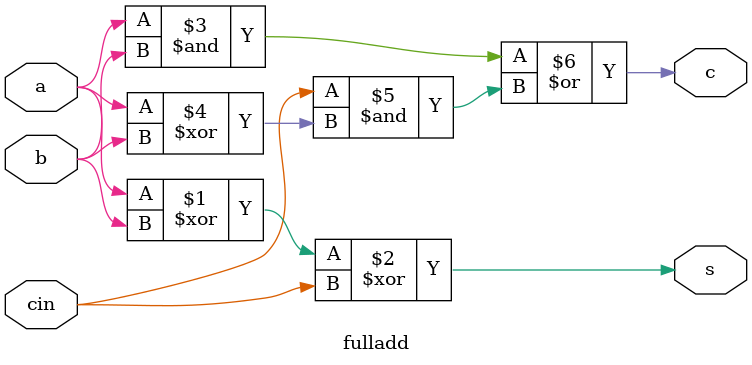
<source format=v>
`timescale 1ns / 1ps


module fulladd(
    input a,b,cin,
    output s,c
    );
assign s=a^b^cin;
assign c=(a&b)|cin&(a^b);
endmodule

</source>
